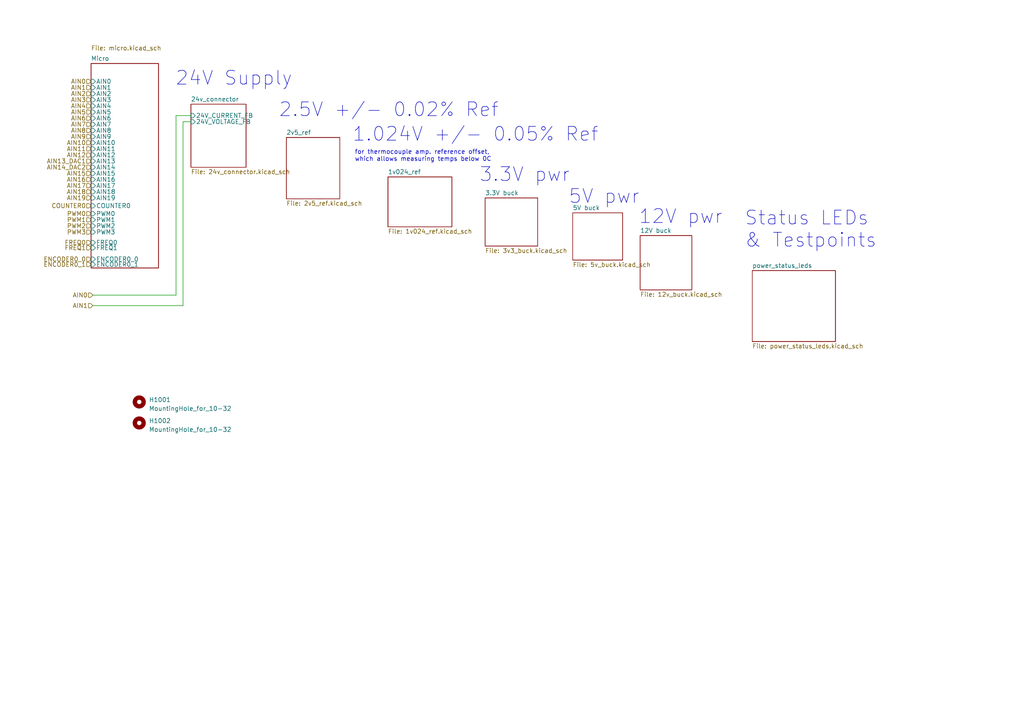
<source format=kicad_sch>
(kicad_sch (version 20231120) (generator "eeschema") (generator_version "8.0")
  (paper "A4")
  (lib_symbols
    (symbol "Mechanical:MountingHole" (pin_names (offset 1.016))
      (property "Reference" "H" (at 0 5.08 0))
      (property "Value" "MountingHole" (at 0 3.175 0))
      (symbol "MountingHole_0_1"
        (circle (center 0 0) (radius 1.27) (stroke (width 1.27)))
      )
    )
  )
  (wire (pts (xy 51.054 33.528) (xy 51.054 85.598)))
  (wire (pts (xy 53.086 88.646) (xy 26.924 88.646)))
  (wire (pts (xy 51.054 33.528) (xy 55.372 33.528)))
  (wire (pts (xy 26.924 85.598) (xy 51.054 85.598)))
  (wire (pts (xy 55.372 35.306) (xy 53.086 35.306)))
  (wire (pts (xy 53.086 35.306) (xy 53.086 88.646)))
  (text "3.3V pwr" (at 138.938 53.086 0) (effects (font (size 4 4)) (justify left bottom)))
  (text "24V Supply" (at 50.8 25.146 0) (effects (font (size 4 4)) (justify left bottom)))
  (text "2.5V +/- 0.02% Ref" (at 80.772 34.29 0) (effects (font (size 4 4)) (justify left bottom)))
  (text "12V pwr" (at 185.166 65.278 0) (effects (font (size 4 4)) (justify left bottom)))
  (text "5V pwr" (at 164.846 59.436 0) (effects (font (size 4 4)) (justify left bottom)))
  (text "1.024V +/- 0.05% Ref" (at 102.108 41.402 0) (effects (font (size 4 4)) (justify left bottom)))
  (text "for thermocouple amp. reference offset,\nwhich allows measuring temps below 0C" (at 102.87 46.99 0) (effects (font (size 1.27 1.27)) (justify left bottom)))
  (text "Status LEDs \n& Testpoints" (at 215.9 72.136 0) (effects (font (size 4 4)) (justify left bottom)))
  (hierarchical_label "ENCODER0_1" (shape input) (at 26.416 76.708 180))
  (hierarchical_label "AIN16" (shape input) (at 26.416 52.07 180))
  (hierarchical_label "AIN18" (shape input) (at 26.416 55.626 180))
  (hierarchical_label "AIN13_DAC1" (shape input) (at 26.416 46.736 180))
  (hierarchical_label "AIN4" (shape input) (at 26.416 30.734 180))
  (hierarchical_label "PWM3" (shape input) (at 26.416 67.31 180))
  (hierarchical_label "ENCODER0_0" (shape input) (at 26.416 75.184 180))
  (hierarchical_label "AIN9" (shape input) (at 26.416 39.624 180))
  (hierarchical_label "AIN1" (shape input) (at 26.416 25.4 180))
  (hierarchical_label "AIN8" (shape input) (at 26.416 37.846 180))
  (hierarchical_label "AIN10" (shape input) (at 26.416 41.402 180))
  (hierarchical_label "AIN2" (shape input) (at 26.416 27.178 180))
  (hierarchical_label "PWM1" (shape input) (at 26.416 63.754 180))
  (hierarchical_label "AIN5" (shape input) (at 26.416 32.512 180))
  (hierarchical_label "PWM0" (shape input) (at 26.416 61.976 180))
  (hierarchical_label "AIN14_DAC2" (shape input) (at 26.416 48.514 180))
  (hierarchical_label "AIN17" (shape input) (at 26.416 53.848 180))
  (hierarchical_label "AIN15" (shape input) (at 26.416 50.292 180))
  (hierarchical_label "PWM2" (shape input) (at 26.416 65.532 180))
  (hierarchical_label "AIN6" (shape input) (at 26.416 34.29 180))
  (hierarchical_label "AIN7" (shape input) (at 26.416 36.068 180))
  (hierarchical_label "AIN12" (shape input) (at 26.416 44.958 180))
  (hierarchical_label "AIN19" (shape input) (at 26.416 57.404 180))
  (hierarchical_label "FREQ0" (shape input) (at 26.416 70.358 180))
  (hierarchical_label "AIN0" (shape input) (at 26.924 85.598 180))
  (hierarchical_label "AIN3" (shape input) (at 26.416 28.956 180))
  (hierarchical_label "AIN1" (shape input) (at 26.924 88.646 180))
  (hierarchical_label "COUNTER0" (shape input) (at 26.416 59.69 180))
  (hierarchical_label "AIN0" (shape input) (at 26.416 23.622 180))
  (hierarchical_label "FREQ1" (shape input) (at 26.416 71.882 180))
  (hierarchical_label "AIN11" (shape input) (at 26.416 43.18 180))
  (symbol (lib_id "Mechanical:MountingHole") (at 40.386 116.586 0) (unit 1) (in_bom no)
    (property "Reference" "H1001" (at 43.18 115.951 0) (effects (justify left)))
    (property "Value" "MountingHole_for_10-32" (at 43.18 118.491 0) (effects (justify left)))
    (property "Footprint" "MountingHole:MountingHole_5mm" (effects (hide yes)))
  )
  (symbol (lib_id "Mechanical:MountingHole") (at 40.386 122.682 0) (unit 1) (in_bom no)
    (property "Reference" "H1002" (at 43.18 122.047 0) (effects (justify left)))
    (property "Value" "MountingHole_for_10-32" (at 43.18 124.587 0) (effects (justify left)))
    (property "Footprint" "MountingHole:MountingHole_5mm" (effects (hide yes)))
  )
  (sheet (at 55.372 30.226) (size 16.002 18.288) (stroke (width 0.1524))
    (property "Sheetname" "24v_connector" (at 55.372 29.5144 0) (effects (justify left bottom)))
    (property "Sheetfile" "24v_connector.kicad_sch" (at 55.372 49.0986 0) (effects (justify left top)))
    (pin "24V_CURRENT_FB" input (at 55.372 33.528 180))
    (pin "24V_VOLTAGE_FB" input (at 55.372 35.306 180))
  )
  (sheet (at 26.416 18.415) (size 19.558 59.309) (stroke (width 0.1524))
    (property "Sheetname" "Micro" (at 26.416 17.7034 0) (effects (justify left bottom)))
    (property "Sheetfile" "micro.kicad_sch" (at 26.416 13.208 0) (effects (justify left top)))
    (pin "AIN0" input (at 26.416 23.622 180))
    (pin "AIN11" input (at 26.416 43.18 180))
    (pin "AIN10" input (at 26.416 41.402 180))
    (pin "AIN8" input (at 26.416 37.846 180))
    (pin "AIN9" input (at 26.416 39.624 180))
    (pin "AIN5" input (at 26.416 32.512 180))
    (pin "AIN6" input (at 26.416 34.29 180))
    (pin "AIN4" input (at 26.416 30.734 180))
    (pin "AIN7" input (at 26.416 36.068 180))
    (pin "AIN14" input (at 26.416 48.514 180))
    (pin "AIN15" input (at 26.416 50.292 180))
    (pin "AIN13" input (at 26.416 46.736 180))
    (pin "AIN12" input (at 26.416 44.958 180))
    (pin "PWM1" input (at 26.416 63.754 180))
    (pin "AIN16" input (at 26.416 52.07 180))
    (pin "AIN2" input (at 26.416 27.178 180))
    (pin "AIN3" input (at 26.416 28.956 180))
    (pin "AIN1" input (at 26.416 25.4 180))
    (pin "FREQ0" input (at 26.416 70.358 180))
    (pin "PWM3" input (at 26.416 67.31 180))
    (pin "PWM2" input (at 26.416 65.532 180))
    (pin "FREQ1" input (at 26.416 71.882 180))
    (pin "AIN17" input (at 26.416 53.848 180))
    (pin "AIN19" input (at 26.416 57.404 180))
    (pin "AIN18" input (at 26.416 55.626 180))
    (pin "ENCODER0_0" input (at 26.416 75.184 180))
    (pin "ENCODER0_1" input (at 26.416 76.708 180))
    (pin "PWM0" input (at 26.416 61.976 180))
    (pin "COUNTER0" input (at 26.416 59.69 180))
  )
  (sheet (at 83.058 39.878) (size 15.494 17.78) (stroke (width 0.1524))
    (property "Sheetname" "2v5_ref" (at 83.058 39.1664 0) (effects (justify left bottom)))
    (property "Sheetfile" "2v5_ref.kicad_sch" (at 83.058 58.2426 0) (effects (justify left top)))
  )
  (sheet (at 112.522 51.308) (size 18.542 14.478) (stroke (width 0.1524))
    (property "Sheetname" "1v024_ref" (at 112.522 50.5964 0) (effects (justify left bottom)))
    (property "Sheetfile" "1v024_ref.kicad_sch" (at 112.522 66.3706 0) (effects (justify left top)))
  )
  (sheet (at 166.116 61.722) (size 14.478 13.716) (stroke (width 0.1524))
    (property "Sheetname" "5V buck" (at 166.116 61.0104 0) (effects (justify left bottom)))
    (property "Sheetfile" "5v_buck.kicad_sch" (at 166.116 76.0226 0) (effects (justify left top)))
  )
  (sheet (at 185.674 68.326) (size 14.986 15.748) (stroke (width 0.1524))
    (property "Sheetname" "12V buck" (at 185.674 67.6144 0) (effects (justify left bottom)))
    (property "Sheetfile" "12v_buck.kicad_sch" (at 185.674 84.6586 0) (effects (justify left top)))
  )
  (sheet (at 140.716 57.404) (size 15.24 13.97) (stroke (width 0.1524))
    (property "Sheetname" "3.3V buck" (at 140.716 56.6924 0) (effects (justify left bottom)))
    (property "Sheetfile" "3v3_buck.kicad_sch" (at 140.716 71.9586 0) (effects (justify left top)))
  )
  (sheet (at 218.186 78.486) (size 24.13 20.574) (stroke (width 0.1524))
    (property "Sheetname" "power_status_leds" (at 218.186 77.7744 0) (effects (justify left bottom)))
    (property "Sheetfile" "power_status_leds.kicad_sch" (at 218.186 99.6446 0) (effects (justify left top)))
  )
)
</source>
